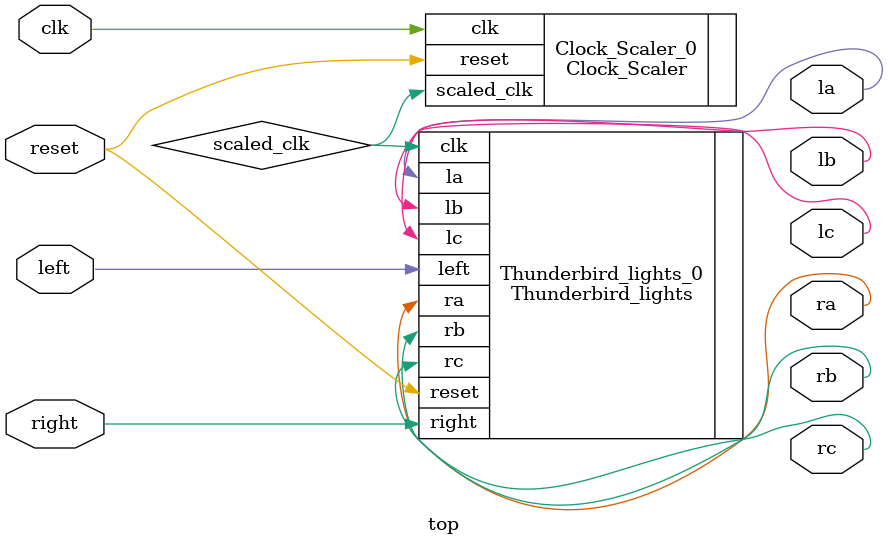
<source format=v>
module top(input clk,
		   input reset,
		   input left, right,
		   output la, lb, lc, ra, rb, rc);
		   
	wire	la;
	wire	lb;
	wire	lc;
	wire	ra;
	wire	rb;
	wire	rc;
	wire	scaled_clk;
	
	Clock_Scaler Clock_Scaler_0(
		.clk(clk),
		.reset(reset),
		.scaled_clk(scaled_clk));
	Thunderbird_lights Thunderbird_lights_0(
		.clk(scaled_clk),
		.reset(reset),
		.left(left),
		.right(right),
		.la(la),
		.lb(lb),
		.lc(lc),
		.ra(ra),
		.rb(rb),
		.rc(rc));
	
endmodule
</source>
